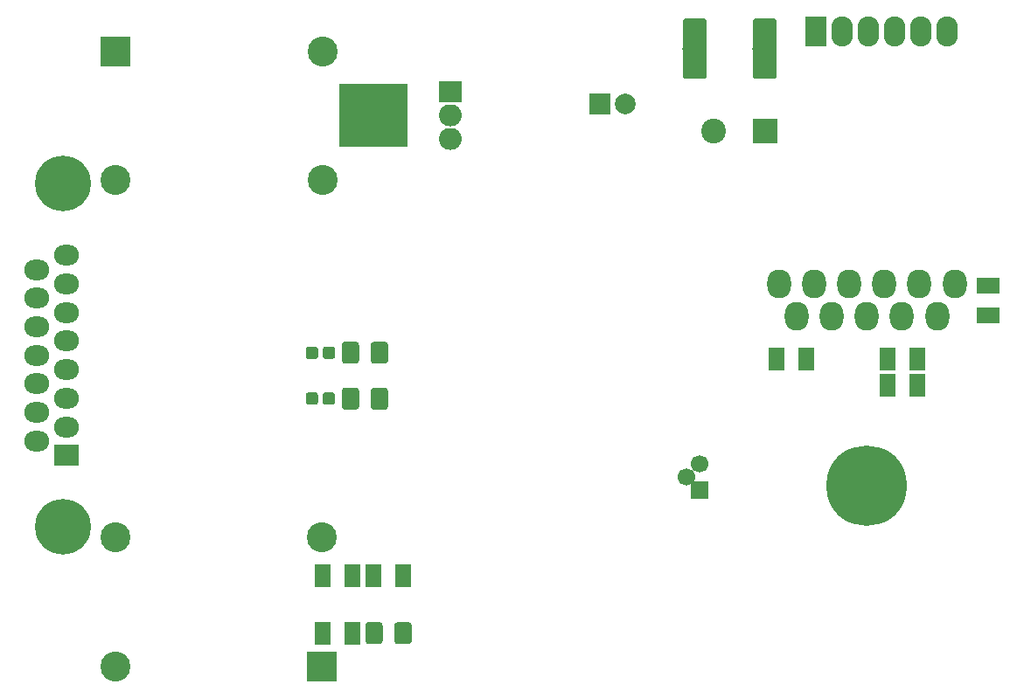
<source format=gbr>
G04 #@! TF.GenerationSoftware,KiCad,Pcbnew,(5.0.0)*
G04 #@! TF.CreationDate,2018-12-13T19:23:09+01:00*
G04 #@! TF.ProjectId,TrackAmplifier,547261636B416D706C69666965722E6B,rev?*
G04 #@! TF.SameCoordinates,Original*
G04 #@! TF.FileFunction,Soldermask,Bot*
G04 #@! TF.FilePolarity,Negative*
%FSLAX46Y46*%
G04 Gerber Fmt 4.6, Leading zero omitted, Abs format (unit mm)*
G04 Created by KiCad (PCBNEW (5.0.0)) date 12/13/18 19:23:09*
%MOMM*%
%LPD*%
G01*
G04 APERTURE LIST*
%ADD10R,2.900000X2.900000*%
%ADD11C,2.900000*%
%ADD12O,3.900000X3.900000*%
%ADD13O,2.300000X2.800000*%
%ADD14R,2.400000X2.000000*%
%ADD15O,2.400000X2.000000*%
%ADD16C,5.400000*%
%ADD17R,2.100000X2.900000*%
%ADD18O,2.100000X2.900000*%
%ADD19R,1.620000X2.200000*%
%ADD20R,2.000000X2.000000*%
%ADD21C,2.000000*%
%ADD22R,2.200000X1.620000*%
%ADD23C,1.700000*%
%ADD24R,1.700000X1.700000*%
%ADD25C,7.800000*%
%ADD26C,1.200000*%
%ADD27R,2.400000X2.400000*%
%ADD28C,2.400000*%
%ADD29C,0.100000*%
%ADD30C,2.325000*%
%ADD31C,1.650000*%
%ADD32R,6.600000X6.100000*%
%ADD33R,2.200000X2.117500*%
%ADD34O,2.200000X2.117500*%
G04 APERTURE END LIST*
D10*
G04 #@! TO.C,FL1*
X84544000Y-114843800D03*
D11*
X64544000Y-114843800D03*
X84544000Y-102343800D03*
X64544000Y-102343800D03*
G04 #@! TD*
D10*
G04 #@! TO.C,FL2*
X64605000Y-55230000D03*
D11*
X84605000Y-55230000D03*
X64605000Y-67730000D03*
X84605000Y-67730000D03*
G04 #@! TD*
D12*
G04 #@! TO.C,U4*
X137320000Y-97360000D03*
D13*
X145820000Y-77760000D03*
X144120000Y-80900000D03*
X142420000Y-77760000D03*
X140720000Y-80900000D03*
X139020000Y-77760000D03*
X137320000Y-80900000D03*
X135620000Y-77760000D03*
X133920000Y-80900000D03*
X132220000Y-77760000D03*
X130520000Y-80900000D03*
X128820000Y-77760000D03*
G04 #@! TD*
D14*
G04 #@! TO.C,J1*
X59800000Y-94390000D03*
D15*
X59800000Y-91620000D03*
X59800000Y-88850000D03*
X59800000Y-86080000D03*
X59800000Y-83310000D03*
X59800000Y-80540000D03*
X59800000Y-77770000D03*
X59800000Y-75000000D03*
X56960000Y-93005000D03*
X56960000Y-90235000D03*
X56960000Y-87465000D03*
X56960000Y-84695000D03*
X56960000Y-81925000D03*
X56960000Y-79155000D03*
X56960000Y-76385000D03*
D16*
X59500000Y-101345000D03*
X59500000Y-68045000D03*
G04 #@! TD*
D17*
G04 #@! TO.C,J2*
X132423000Y-53325000D03*
D18*
X134963000Y-53325000D03*
X137503000Y-53325000D03*
X140043000Y-53325000D03*
X142583000Y-53325000D03*
X145123000Y-53325000D03*
G04 #@! TD*
D19*
G04 #@! TO.C,C8*
X142235000Y-87615000D03*
X139375000Y-87615000D03*
G04 #@! TD*
G04 #@! TO.C,C9*
X139375000Y-85075000D03*
X142235000Y-85075000D03*
G04 #@! TD*
D20*
G04 #@! TO.C,C16*
X111468000Y-60310000D03*
D21*
X113968000Y-60310000D03*
G04 #@! TD*
D22*
G04 #@! TO.C,C17*
X149060000Y-80790000D03*
X149060000Y-77930000D03*
G04 #@! TD*
D19*
G04 #@! TO.C,C18*
X131440000Y-85075000D03*
X128580000Y-85075000D03*
G04 #@! TD*
G04 #@! TO.C,R20*
X87498000Y-111618000D03*
X84638000Y-111618000D03*
G04 #@! TD*
G04 #@! TO.C,R21*
X87498000Y-106030000D03*
X84638000Y-106030000D03*
G04 #@! TD*
D23*
G04 #@! TO.C,U11*
X119850000Y-96505000D03*
X121120000Y-95235000D03*
D24*
X121120000Y-97775000D03*
G04 #@! TD*
D25*
G04 #@! TO.C,MK1*
X137317013Y-97367015D03*
D26*
X134542013Y-97367015D03*
X135354792Y-95404794D03*
X137317013Y-94592015D03*
X139279234Y-95404794D03*
X140092013Y-97367015D03*
X139279234Y-99329236D03*
X137317013Y-100142015D03*
X135354792Y-99329236D03*
G04 #@! TD*
D19*
G04 #@! TO.C,R38*
X92451000Y-106030000D03*
X89591000Y-106030000D03*
G04 #@! TD*
D27*
G04 #@! TO.C,C6*
X127470000Y-62977000D03*
D28*
X122470000Y-62977000D03*
G04 #@! TD*
D29*
G04 #@! TO.C,F1*
G36*
X128318649Y-52052454D02*
X128347960Y-52056802D01*
X128376704Y-52064002D01*
X128404603Y-52073984D01*
X128431390Y-52086654D01*
X128456806Y-52101887D01*
X128480606Y-52119539D01*
X128502562Y-52139438D01*
X128522461Y-52161394D01*
X128540113Y-52185194D01*
X128555346Y-52210610D01*
X128568016Y-52237397D01*
X128577998Y-52265296D01*
X128585198Y-52294040D01*
X128589546Y-52323351D01*
X128591000Y-52352947D01*
X128591000Y-57599053D01*
X128589546Y-57628649D01*
X128585198Y-57657960D01*
X128577998Y-57686704D01*
X128568016Y-57714603D01*
X128555346Y-57741390D01*
X128540113Y-57766806D01*
X128522461Y-57790606D01*
X128502562Y-57812562D01*
X128480606Y-57832461D01*
X128456806Y-57850113D01*
X128431390Y-57865346D01*
X128404603Y-57878016D01*
X128376704Y-57887998D01*
X128347960Y-57895198D01*
X128318649Y-57899546D01*
X128289053Y-57901000D01*
X126567947Y-57901000D01*
X126538351Y-57899546D01*
X126509040Y-57895198D01*
X126480296Y-57887998D01*
X126452397Y-57878016D01*
X126425610Y-57865346D01*
X126400194Y-57850113D01*
X126376394Y-57832461D01*
X126354438Y-57812562D01*
X126334539Y-57790606D01*
X126316887Y-57766806D01*
X126301654Y-57741390D01*
X126288984Y-57714603D01*
X126279002Y-57686704D01*
X126271802Y-57657960D01*
X126267454Y-57628649D01*
X126266000Y-57599053D01*
X126266000Y-52352947D01*
X126267454Y-52323351D01*
X126271802Y-52294040D01*
X126279002Y-52265296D01*
X126288984Y-52237397D01*
X126301654Y-52210610D01*
X126316887Y-52185194D01*
X126334539Y-52161394D01*
X126354438Y-52139438D01*
X126376394Y-52119539D01*
X126400194Y-52101887D01*
X126425610Y-52086654D01*
X126452397Y-52073984D01*
X126480296Y-52064002D01*
X126509040Y-52056802D01*
X126538351Y-52052454D01*
X126567947Y-52051000D01*
X128289053Y-52051000D01*
X128318649Y-52052454D01*
X128318649Y-52052454D01*
G37*
D30*
X127428500Y-54976000D03*
D29*
G36*
X121543649Y-52052454D02*
X121572960Y-52056802D01*
X121601704Y-52064002D01*
X121629603Y-52073984D01*
X121656390Y-52086654D01*
X121681806Y-52101887D01*
X121705606Y-52119539D01*
X121727562Y-52139438D01*
X121747461Y-52161394D01*
X121765113Y-52185194D01*
X121780346Y-52210610D01*
X121793016Y-52237397D01*
X121802998Y-52265296D01*
X121810198Y-52294040D01*
X121814546Y-52323351D01*
X121816000Y-52352947D01*
X121816000Y-57599053D01*
X121814546Y-57628649D01*
X121810198Y-57657960D01*
X121802998Y-57686704D01*
X121793016Y-57714603D01*
X121780346Y-57741390D01*
X121765113Y-57766806D01*
X121747461Y-57790606D01*
X121727562Y-57812562D01*
X121705606Y-57832461D01*
X121681806Y-57850113D01*
X121656390Y-57865346D01*
X121629603Y-57878016D01*
X121601704Y-57887998D01*
X121572960Y-57895198D01*
X121543649Y-57899546D01*
X121514053Y-57901000D01*
X119792947Y-57901000D01*
X119763351Y-57899546D01*
X119734040Y-57895198D01*
X119705296Y-57887998D01*
X119677397Y-57878016D01*
X119650610Y-57865346D01*
X119625194Y-57850113D01*
X119601394Y-57832461D01*
X119579438Y-57812562D01*
X119559539Y-57790606D01*
X119541887Y-57766806D01*
X119526654Y-57741390D01*
X119513984Y-57714603D01*
X119504002Y-57686704D01*
X119496802Y-57657960D01*
X119492454Y-57628649D01*
X119491000Y-57599053D01*
X119491000Y-52352947D01*
X119492454Y-52323351D01*
X119496802Y-52294040D01*
X119504002Y-52265296D01*
X119513984Y-52237397D01*
X119526654Y-52210610D01*
X119541887Y-52185194D01*
X119559539Y-52161394D01*
X119579438Y-52139438D01*
X119601394Y-52119539D01*
X119625194Y-52101887D01*
X119650610Y-52086654D01*
X119677397Y-52073984D01*
X119705296Y-52064002D01*
X119734040Y-52056802D01*
X119763351Y-52052454D01*
X119792947Y-52051000D01*
X121514053Y-52051000D01*
X121543649Y-52052454D01*
X121543649Y-52052454D01*
G37*
D30*
X120653500Y-54976000D03*
G04 #@! TD*
D29*
G04 #@! TO.C,R16*
G36*
X92948346Y-110544589D02*
X92980380Y-110549341D01*
X93011794Y-110557210D01*
X93042286Y-110568120D01*
X93071561Y-110581966D01*
X93099338Y-110598615D01*
X93125350Y-110617907D01*
X93149345Y-110639655D01*
X93171093Y-110663650D01*
X93190385Y-110689662D01*
X93207034Y-110717439D01*
X93220880Y-110746714D01*
X93231790Y-110777206D01*
X93239659Y-110808620D01*
X93244411Y-110840654D01*
X93246000Y-110873000D01*
X93246000Y-112363000D01*
X93244411Y-112395346D01*
X93239659Y-112427380D01*
X93231790Y-112458794D01*
X93220880Y-112489286D01*
X93207034Y-112518561D01*
X93190385Y-112546338D01*
X93171093Y-112572350D01*
X93149345Y-112596345D01*
X93125350Y-112618093D01*
X93099338Y-112637385D01*
X93071561Y-112654034D01*
X93042286Y-112667880D01*
X93011794Y-112678790D01*
X92980380Y-112686659D01*
X92948346Y-112691411D01*
X92916000Y-112693000D01*
X91926000Y-112693000D01*
X91893654Y-112691411D01*
X91861620Y-112686659D01*
X91830206Y-112678790D01*
X91799714Y-112667880D01*
X91770439Y-112654034D01*
X91742662Y-112637385D01*
X91716650Y-112618093D01*
X91692655Y-112596345D01*
X91670907Y-112572350D01*
X91651615Y-112546338D01*
X91634966Y-112518561D01*
X91621120Y-112489286D01*
X91610210Y-112458794D01*
X91602341Y-112427380D01*
X91597589Y-112395346D01*
X91596000Y-112363000D01*
X91596000Y-110873000D01*
X91597589Y-110840654D01*
X91602341Y-110808620D01*
X91610210Y-110777206D01*
X91621120Y-110746714D01*
X91634966Y-110717439D01*
X91651615Y-110689662D01*
X91670907Y-110663650D01*
X91692655Y-110639655D01*
X91716650Y-110617907D01*
X91742662Y-110598615D01*
X91770439Y-110581966D01*
X91799714Y-110568120D01*
X91830206Y-110557210D01*
X91861620Y-110549341D01*
X91893654Y-110544589D01*
X91926000Y-110543000D01*
X92916000Y-110543000D01*
X92948346Y-110544589D01*
X92948346Y-110544589D01*
G37*
D31*
X92421000Y-111618000D03*
D29*
G36*
X90148346Y-110544589D02*
X90180380Y-110549341D01*
X90211794Y-110557210D01*
X90242286Y-110568120D01*
X90271561Y-110581966D01*
X90299338Y-110598615D01*
X90325350Y-110617907D01*
X90349345Y-110639655D01*
X90371093Y-110663650D01*
X90390385Y-110689662D01*
X90407034Y-110717439D01*
X90420880Y-110746714D01*
X90431790Y-110777206D01*
X90439659Y-110808620D01*
X90444411Y-110840654D01*
X90446000Y-110873000D01*
X90446000Y-112363000D01*
X90444411Y-112395346D01*
X90439659Y-112427380D01*
X90431790Y-112458794D01*
X90420880Y-112489286D01*
X90407034Y-112518561D01*
X90390385Y-112546338D01*
X90371093Y-112572350D01*
X90349345Y-112596345D01*
X90325350Y-112618093D01*
X90299338Y-112637385D01*
X90271561Y-112654034D01*
X90242286Y-112667880D01*
X90211794Y-112678790D01*
X90180380Y-112686659D01*
X90148346Y-112691411D01*
X90116000Y-112693000D01*
X89126000Y-112693000D01*
X89093654Y-112691411D01*
X89061620Y-112686659D01*
X89030206Y-112678790D01*
X88999714Y-112667880D01*
X88970439Y-112654034D01*
X88942662Y-112637385D01*
X88916650Y-112618093D01*
X88892655Y-112596345D01*
X88870907Y-112572350D01*
X88851615Y-112546338D01*
X88834966Y-112518561D01*
X88821120Y-112489286D01*
X88810210Y-112458794D01*
X88802341Y-112427380D01*
X88797589Y-112395346D01*
X88796000Y-112363000D01*
X88796000Y-110873000D01*
X88797589Y-110840654D01*
X88802341Y-110808620D01*
X88810210Y-110777206D01*
X88821120Y-110746714D01*
X88834966Y-110717439D01*
X88851615Y-110689662D01*
X88870907Y-110663650D01*
X88892655Y-110639655D01*
X88916650Y-110617907D01*
X88942662Y-110598615D01*
X88970439Y-110581966D01*
X88999714Y-110568120D01*
X89030206Y-110557210D01*
X89061620Y-110549341D01*
X89093654Y-110544589D01*
X89126000Y-110543000D01*
X90116000Y-110543000D01*
X90148346Y-110544589D01*
X90148346Y-110544589D01*
G37*
D31*
X89621000Y-111618000D03*
G04 #@! TD*
D29*
G04 #@! TO.C,R43*
G36*
X90662346Y-87811589D02*
X90694380Y-87816341D01*
X90725794Y-87824210D01*
X90756286Y-87835120D01*
X90785561Y-87848966D01*
X90813338Y-87865615D01*
X90839350Y-87884907D01*
X90863345Y-87906655D01*
X90885093Y-87930650D01*
X90904385Y-87956662D01*
X90921034Y-87984439D01*
X90934880Y-88013714D01*
X90945790Y-88044206D01*
X90953659Y-88075620D01*
X90958411Y-88107654D01*
X90960000Y-88140000D01*
X90960000Y-89630000D01*
X90958411Y-89662346D01*
X90953659Y-89694380D01*
X90945790Y-89725794D01*
X90934880Y-89756286D01*
X90921034Y-89785561D01*
X90904385Y-89813338D01*
X90885093Y-89839350D01*
X90863345Y-89863345D01*
X90839350Y-89885093D01*
X90813338Y-89904385D01*
X90785561Y-89921034D01*
X90756286Y-89934880D01*
X90725794Y-89945790D01*
X90694380Y-89953659D01*
X90662346Y-89958411D01*
X90630000Y-89960000D01*
X89640000Y-89960000D01*
X89607654Y-89958411D01*
X89575620Y-89953659D01*
X89544206Y-89945790D01*
X89513714Y-89934880D01*
X89484439Y-89921034D01*
X89456662Y-89904385D01*
X89430650Y-89885093D01*
X89406655Y-89863345D01*
X89384907Y-89839350D01*
X89365615Y-89813338D01*
X89348966Y-89785561D01*
X89335120Y-89756286D01*
X89324210Y-89725794D01*
X89316341Y-89694380D01*
X89311589Y-89662346D01*
X89310000Y-89630000D01*
X89310000Y-88140000D01*
X89311589Y-88107654D01*
X89316341Y-88075620D01*
X89324210Y-88044206D01*
X89335120Y-88013714D01*
X89348966Y-87984439D01*
X89365615Y-87956662D01*
X89384907Y-87930650D01*
X89406655Y-87906655D01*
X89430650Y-87884907D01*
X89456662Y-87865615D01*
X89484439Y-87848966D01*
X89513714Y-87835120D01*
X89544206Y-87824210D01*
X89575620Y-87816341D01*
X89607654Y-87811589D01*
X89640000Y-87810000D01*
X90630000Y-87810000D01*
X90662346Y-87811589D01*
X90662346Y-87811589D01*
G37*
D31*
X90135000Y-88885000D03*
D29*
G36*
X87862346Y-87811589D02*
X87894380Y-87816341D01*
X87925794Y-87824210D01*
X87956286Y-87835120D01*
X87985561Y-87848966D01*
X88013338Y-87865615D01*
X88039350Y-87884907D01*
X88063345Y-87906655D01*
X88085093Y-87930650D01*
X88104385Y-87956662D01*
X88121034Y-87984439D01*
X88134880Y-88013714D01*
X88145790Y-88044206D01*
X88153659Y-88075620D01*
X88158411Y-88107654D01*
X88160000Y-88140000D01*
X88160000Y-89630000D01*
X88158411Y-89662346D01*
X88153659Y-89694380D01*
X88145790Y-89725794D01*
X88134880Y-89756286D01*
X88121034Y-89785561D01*
X88104385Y-89813338D01*
X88085093Y-89839350D01*
X88063345Y-89863345D01*
X88039350Y-89885093D01*
X88013338Y-89904385D01*
X87985561Y-89921034D01*
X87956286Y-89934880D01*
X87925794Y-89945790D01*
X87894380Y-89953659D01*
X87862346Y-89958411D01*
X87830000Y-89960000D01*
X86840000Y-89960000D01*
X86807654Y-89958411D01*
X86775620Y-89953659D01*
X86744206Y-89945790D01*
X86713714Y-89934880D01*
X86684439Y-89921034D01*
X86656662Y-89904385D01*
X86630650Y-89885093D01*
X86606655Y-89863345D01*
X86584907Y-89839350D01*
X86565615Y-89813338D01*
X86548966Y-89785561D01*
X86535120Y-89756286D01*
X86524210Y-89725794D01*
X86516341Y-89694380D01*
X86511589Y-89662346D01*
X86510000Y-89630000D01*
X86510000Y-88140000D01*
X86511589Y-88107654D01*
X86516341Y-88075620D01*
X86524210Y-88044206D01*
X86535120Y-88013714D01*
X86548966Y-87984439D01*
X86565615Y-87956662D01*
X86584907Y-87930650D01*
X86606655Y-87906655D01*
X86630650Y-87884907D01*
X86656662Y-87865615D01*
X86684439Y-87848966D01*
X86713714Y-87835120D01*
X86744206Y-87824210D01*
X86775620Y-87816341D01*
X86807654Y-87811589D01*
X86840000Y-87810000D01*
X87830000Y-87810000D01*
X87862346Y-87811589D01*
X87862346Y-87811589D01*
G37*
D31*
X87335000Y-88885000D03*
G04 #@! TD*
D29*
G04 #@! TO.C,R46*
G36*
X87862346Y-83366589D02*
X87894380Y-83371341D01*
X87925794Y-83379210D01*
X87956286Y-83390120D01*
X87985561Y-83403966D01*
X88013338Y-83420615D01*
X88039350Y-83439907D01*
X88063345Y-83461655D01*
X88085093Y-83485650D01*
X88104385Y-83511662D01*
X88121034Y-83539439D01*
X88134880Y-83568714D01*
X88145790Y-83599206D01*
X88153659Y-83630620D01*
X88158411Y-83662654D01*
X88160000Y-83695000D01*
X88160000Y-85185000D01*
X88158411Y-85217346D01*
X88153659Y-85249380D01*
X88145790Y-85280794D01*
X88134880Y-85311286D01*
X88121034Y-85340561D01*
X88104385Y-85368338D01*
X88085093Y-85394350D01*
X88063345Y-85418345D01*
X88039350Y-85440093D01*
X88013338Y-85459385D01*
X87985561Y-85476034D01*
X87956286Y-85489880D01*
X87925794Y-85500790D01*
X87894380Y-85508659D01*
X87862346Y-85513411D01*
X87830000Y-85515000D01*
X86840000Y-85515000D01*
X86807654Y-85513411D01*
X86775620Y-85508659D01*
X86744206Y-85500790D01*
X86713714Y-85489880D01*
X86684439Y-85476034D01*
X86656662Y-85459385D01*
X86630650Y-85440093D01*
X86606655Y-85418345D01*
X86584907Y-85394350D01*
X86565615Y-85368338D01*
X86548966Y-85340561D01*
X86535120Y-85311286D01*
X86524210Y-85280794D01*
X86516341Y-85249380D01*
X86511589Y-85217346D01*
X86510000Y-85185000D01*
X86510000Y-83695000D01*
X86511589Y-83662654D01*
X86516341Y-83630620D01*
X86524210Y-83599206D01*
X86535120Y-83568714D01*
X86548966Y-83539439D01*
X86565615Y-83511662D01*
X86584907Y-83485650D01*
X86606655Y-83461655D01*
X86630650Y-83439907D01*
X86656662Y-83420615D01*
X86684439Y-83403966D01*
X86713714Y-83390120D01*
X86744206Y-83379210D01*
X86775620Y-83371341D01*
X86807654Y-83366589D01*
X86840000Y-83365000D01*
X87830000Y-83365000D01*
X87862346Y-83366589D01*
X87862346Y-83366589D01*
G37*
D31*
X87335000Y-84440000D03*
D29*
G36*
X90662346Y-83366589D02*
X90694380Y-83371341D01*
X90725794Y-83379210D01*
X90756286Y-83390120D01*
X90785561Y-83403966D01*
X90813338Y-83420615D01*
X90839350Y-83439907D01*
X90863345Y-83461655D01*
X90885093Y-83485650D01*
X90904385Y-83511662D01*
X90921034Y-83539439D01*
X90934880Y-83568714D01*
X90945790Y-83599206D01*
X90953659Y-83630620D01*
X90958411Y-83662654D01*
X90960000Y-83695000D01*
X90960000Y-85185000D01*
X90958411Y-85217346D01*
X90953659Y-85249380D01*
X90945790Y-85280794D01*
X90934880Y-85311286D01*
X90921034Y-85340561D01*
X90904385Y-85368338D01*
X90885093Y-85394350D01*
X90863345Y-85418345D01*
X90839350Y-85440093D01*
X90813338Y-85459385D01*
X90785561Y-85476034D01*
X90756286Y-85489880D01*
X90725794Y-85500790D01*
X90694380Y-85508659D01*
X90662346Y-85513411D01*
X90630000Y-85515000D01*
X89640000Y-85515000D01*
X89607654Y-85513411D01*
X89575620Y-85508659D01*
X89544206Y-85500790D01*
X89513714Y-85489880D01*
X89484439Y-85476034D01*
X89456662Y-85459385D01*
X89430650Y-85440093D01*
X89406655Y-85418345D01*
X89384907Y-85394350D01*
X89365615Y-85368338D01*
X89348966Y-85340561D01*
X89335120Y-85311286D01*
X89324210Y-85280794D01*
X89316341Y-85249380D01*
X89311589Y-85217346D01*
X89310000Y-85185000D01*
X89310000Y-83695000D01*
X89311589Y-83662654D01*
X89316341Y-83630620D01*
X89324210Y-83599206D01*
X89335120Y-83568714D01*
X89348966Y-83539439D01*
X89365615Y-83511662D01*
X89384907Y-83485650D01*
X89406655Y-83461655D01*
X89430650Y-83439907D01*
X89456662Y-83420615D01*
X89484439Y-83403966D01*
X89513714Y-83390120D01*
X89544206Y-83379210D01*
X89575620Y-83371341D01*
X89607654Y-83366589D01*
X89640000Y-83365000D01*
X90630000Y-83365000D01*
X90662346Y-83366589D01*
X90662346Y-83366589D01*
G37*
D31*
X90135000Y-84440000D03*
G04 #@! TD*
D32*
G04 #@! TO.C,U3*
X89556667Y-61457000D03*
D33*
X96990000Y-59167000D03*
D34*
X96990000Y-61457000D03*
X96990000Y-63747000D03*
G04 #@! TD*
D29*
G04 #@! TO.C,D13*
G36*
X83921405Y-88286445D02*
X83950527Y-88290764D01*
X83979085Y-88297918D01*
X84006805Y-88307836D01*
X84033419Y-88320424D01*
X84058671Y-88335559D01*
X84082318Y-88353097D01*
X84104132Y-88372868D01*
X84123903Y-88394682D01*
X84141441Y-88418329D01*
X84156576Y-88443581D01*
X84169164Y-88470195D01*
X84179082Y-88497915D01*
X84186236Y-88526473D01*
X84190555Y-88555595D01*
X84192000Y-88585000D01*
X84192000Y-89185000D01*
X84190555Y-89214405D01*
X84186236Y-89243527D01*
X84179082Y-89272085D01*
X84169164Y-89299805D01*
X84156576Y-89326419D01*
X84141441Y-89351671D01*
X84123903Y-89375318D01*
X84104132Y-89397132D01*
X84082318Y-89416903D01*
X84058671Y-89434441D01*
X84033419Y-89449576D01*
X84006805Y-89462164D01*
X83979085Y-89472082D01*
X83950527Y-89479236D01*
X83921405Y-89483555D01*
X83892000Y-89485000D01*
X83292000Y-89485000D01*
X83262595Y-89483555D01*
X83233473Y-89479236D01*
X83204915Y-89472082D01*
X83177195Y-89462164D01*
X83150581Y-89449576D01*
X83125329Y-89434441D01*
X83101682Y-89416903D01*
X83079868Y-89397132D01*
X83060097Y-89375318D01*
X83042559Y-89351671D01*
X83027424Y-89326419D01*
X83014836Y-89299805D01*
X83004918Y-89272085D01*
X82997764Y-89243527D01*
X82993445Y-89214405D01*
X82992000Y-89185000D01*
X82992000Y-88585000D01*
X82993445Y-88555595D01*
X82997764Y-88526473D01*
X83004918Y-88497915D01*
X83014836Y-88470195D01*
X83027424Y-88443581D01*
X83042559Y-88418329D01*
X83060097Y-88394682D01*
X83079868Y-88372868D01*
X83101682Y-88353097D01*
X83125329Y-88335559D01*
X83150581Y-88320424D01*
X83177195Y-88307836D01*
X83204915Y-88297918D01*
X83233473Y-88290764D01*
X83262595Y-88286445D01*
X83292000Y-88285000D01*
X83892000Y-88285000D01*
X83921405Y-88286445D01*
X83921405Y-88286445D01*
G37*
D26*
X83592000Y-88885000D03*
D29*
G36*
X85571405Y-88286445D02*
X85600527Y-88290764D01*
X85629085Y-88297918D01*
X85656805Y-88307836D01*
X85683419Y-88320424D01*
X85708671Y-88335559D01*
X85732318Y-88353097D01*
X85754132Y-88372868D01*
X85773903Y-88394682D01*
X85791441Y-88418329D01*
X85806576Y-88443581D01*
X85819164Y-88470195D01*
X85829082Y-88497915D01*
X85836236Y-88526473D01*
X85840555Y-88555595D01*
X85842000Y-88585000D01*
X85842000Y-89185000D01*
X85840555Y-89214405D01*
X85836236Y-89243527D01*
X85829082Y-89272085D01*
X85819164Y-89299805D01*
X85806576Y-89326419D01*
X85791441Y-89351671D01*
X85773903Y-89375318D01*
X85754132Y-89397132D01*
X85732318Y-89416903D01*
X85708671Y-89434441D01*
X85683419Y-89449576D01*
X85656805Y-89462164D01*
X85629085Y-89472082D01*
X85600527Y-89479236D01*
X85571405Y-89483555D01*
X85542000Y-89485000D01*
X84942000Y-89485000D01*
X84912595Y-89483555D01*
X84883473Y-89479236D01*
X84854915Y-89472082D01*
X84827195Y-89462164D01*
X84800581Y-89449576D01*
X84775329Y-89434441D01*
X84751682Y-89416903D01*
X84729868Y-89397132D01*
X84710097Y-89375318D01*
X84692559Y-89351671D01*
X84677424Y-89326419D01*
X84664836Y-89299805D01*
X84654918Y-89272085D01*
X84647764Y-89243527D01*
X84643445Y-89214405D01*
X84642000Y-89185000D01*
X84642000Y-88585000D01*
X84643445Y-88555595D01*
X84647764Y-88526473D01*
X84654918Y-88497915D01*
X84664836Y-88470195D01*
X84677424Y-88443581D01*
X84692559Y-88418329D01*
X84710097Y-88394682D01*
X84729868Y-88372868D01*
X84751682Y-88353097D01*
X84775329Y-88335559D01*
X84800581Y-88320424D01*
X84827195Y-88307836D01*
X84854915Y-88297918D01*
X84883473Y-88290764D01*
X84912595Y-88286445D01*
X84942000Y-88285000D01*
X85542000Y-88285000D01*
X85571405Y-88286445D01*
X85571405Y-88286445D01*
G37*
D26*
X85242000Y-88885000D03*
G04 #@! TD*
D29*
G04 #@! TO.C,D16*
G36*
X85571405Y-83841445D02*
X85600527Y-83845764D01*
X85629085Y-83852918D01*
X85656805Y-83862836D01*
X85683419Y-83875424D01*
X85708671Y-83890559D01*
X85732318Y-83908097D01*
X85754132Y-83927868D01*
X85773903Y-83949682D01*
X85791441Y-83973329D01*
X85806576Y-83998581D01*
X85819164Y-84025195D01*
X85829082Y-84052915D01*
X85836236Y-84081473D01*
X85840555Y-84110595D01*
X85842000Y-84140000D01*
X85842000Y-84740000D01*
X85840555Y-84769405D01*
X85836236Y-84798527D01*
X85829082Y-84827085D01*
X85819164Y-84854805D01*
X85806576Y-84881419D01*
X85791441Y-84906671D01*
X85773903Y-84930318D01*
X85754132Y-84952132D01*
X85732318Y-84971903D01*
X85708671Y-84989441D01*
X85683419Y-85004576D01*
X85656805Y-85017164D01*
X85629085Y-85027082D01*
X85600527Y-85034236D01*
X85571405Y-85038555D01*
X85542000Y-85040000D01*
X84942000Y-85040000D01*
X84912595Y-85038555D01*
X84883473Y-85034236D01*
X84854915Y-85027082D01*
X84827195Y-85017164D01*
X84800581Y-85004576D01*
X84775329Y-84989441D01*
X84751682Y-84971903D01*
X84729868Y-84952132D01*
X84710097Y-84930318D01*
X84692559Y-84906671D01*
X84677424Y-84881419D01*
X84664836Y-84854805D01*
X84654918Y-84827085D01*
X84647764Y-84798527D01*
X84643445Y-84769405D01*
X84642000Y-84740000D01*
X84642000Y-84140000D01*
X84643445Y-84110595D01*
X84647764Y-84081473D01*
X84654918Y-84052915D01*
X84664836Y-84025195D01*
X84677424Y-83998581D01*
X84692559Y-83973329D01*
X84710097Y-83949682D01*
X84729868Y-83927868D01*
X84751682Y-83908097D01*
X84775329Y-83890559D01*
X84800581Y-83875424D01*
X84827195Y-83862836D01*
X84854915Y-83852918D01*
X84883473Y-83845764D01*
X84912595Y-83841445D01*
X84942000Y-83840000D01*
X85542000Y-83840000D01*
X85571405Y-83841445D01*
X85571405Y-83841445D01*
G37*
D26*
X85242000Y-84440000D03*
D29*
G36*
X83921405Y-83841445D02*
X83950527Y-83845764D01*
X83979085Y-83852918D01*
X84006805Y-83862836D01*
X84033419Y-83875424D01*
X84058671Y-83890559D01*
X84082318Y-83908097D01*
X84104132Y-83927868D01*
X84123903Y-83949682D01*
X84141441Y-83973329D01*
X84156576Y-83998581D01*
X84169164Y-84025195D01*
X84179082Y-84052915D01*
X84186236Y-84081473D01*
X84190555Y-84110595D01*
X84192000Y-84140000D01*
X84192000Y-84740000D01*
X84190555Y-84769405D01*
X84186236Y-84798527D01*
X84179082Y-84827085D01*
X84169164Y-84854805D01*
X84156576Y-84881419D01*
X84141441Y-84906671D01*
X84123903Y-84930318D01*
X84104132Y-84952132D01*
X84082318Y-84971903D01*
X84058671Y-84989441D01*
X84033419Y-85004576D01*
X84006805Y-85017164D01*
X83979085Y-85027082D01*
X83950527Y-85034236D01*
X83921405Y-85038555D01*
X83892000Y-85040000D01*
X83292000Y-85040000D01*
X83262595Y-85038555D01*
X83233473Y-85034236D01*
X83204915Y-85027082D01*
X83177195Y-85017164D01*
X83150581Y-85004576D01*
X83125329Y-84989441D01*
X83101682Y-84971903D01*
X83079868Y-84952132D01*
X83060097Y-84930318D01*
X83042559Y-84906671D01*
X83027424Y-84881419D01*
X83014836Y-84854805D01*
X83004918Y-84827085D01*
X82997764Y-84798527D01*
X82993445Y-84769405D01*
X82992000Y-84740000D01*
X82992000Y-84140000D01*
X82993445Y-84110595D01*
X82997764Y-84081473D01*
X83004918Y-84052915D01*
X83014836Y-84025195D01*
X83027424Y-83998581D01*
X83042559Y-83973329D01*
X83060097Y-83949682D01*
X83079868Y-83927868D01*
X83101682Y-83908097D01*
X83125329Y-83890559D01*
X83150581Y-83875424D01*
X83177195Y-83862836D01*
X83204915Y-83852918D01*
X83233473Y-83845764D01*
X83262595Y-83841445D01*
X83292000Y-83840000D01*
X83892000Y-83840000D01*
X83921405Y-83841445D01*
X83921405Y-83841445D01*
G37*
D26*
X83592000Y-84440000D03*
G04 #@! TD*
M02*

</source>
